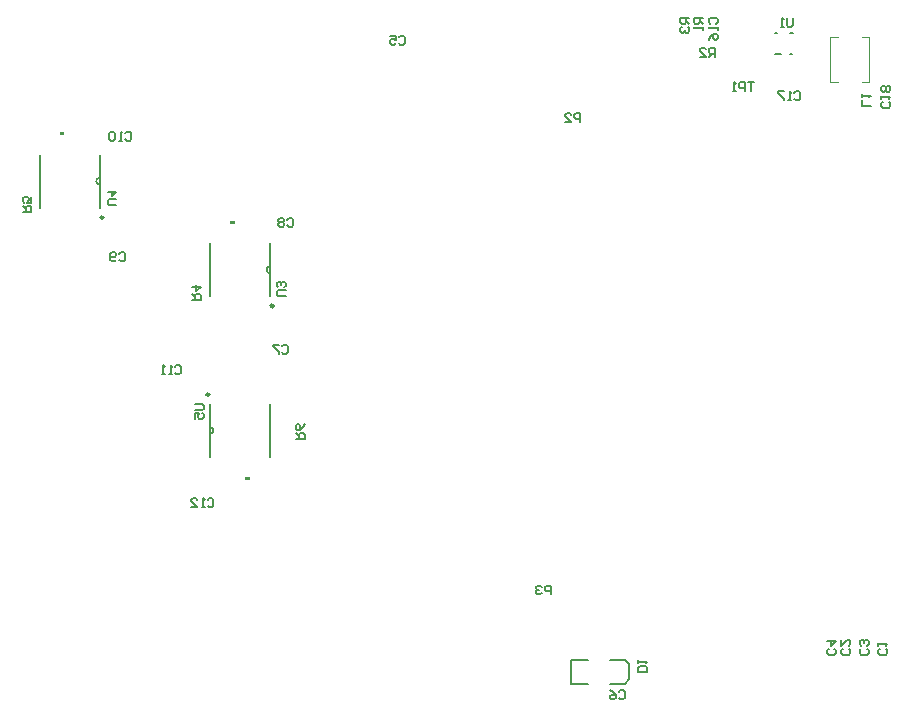
<source format=gbr>
G04 Layer_Color=32896*
%FSLAX45Y45*%
%MOMM*%
%TF.FileFunction,Legend,Bot*%
%TF.Part,Single*%
G01*
G75*
%TA.AperFunction,NonConductor*%
%ADD39C,0.15000*%
%ADD46C,0.15240*%
%ADD47C,0.25000*%
%ADD48C,0.20000*%
%ADD49C,0.10000*%
G36*
X-1285250Y1157540D02*
X-1323350D01*
Y1182940D01*
X-1285250D01*
Y1157540D01*
D02*
G37*
G36*
X-1415250Y3325760D02*
X-1453350D01*
Y3351160D01*
X-1415250D01*
Y3325760D01*
D02*
G37*
G36*
X-2857250Y4075060D02*
X-2895350D01*
Y4100460D01*
X-2857250D01*
Y4075060D01*
D02*
G37*
D39*
X-980903Y2709810D02*
X-1043383D01*
X-1055879Y2722306D01*
Y2747298D01*
X-1043383Y2759794D01*
X-980903D01*
X-993399Y2784786D02*
X-980903Y2797282D01*
Y2822274D01*
X-993399Y2834770D01*
X-1005895D01*
X-1018391Y2822274D01*
Y2809778D01*
Y2822274D01*
X-1030887Y2834770D01*
X-1043383D01*
X-1055879Y2822274D01*
Y2797282D01*
X-1043383Y2784786D01*
X2979900Y4520876D02*
X2929916D01*
X2954908D01*
Y4445900D01*
X2904924D02*
Y4520876D01*
X2867436D01*
X2854940Y4508380D01*
Y4483388D01*
X2867436Y4470892D01*
X2904924D01*
X2829948Y4445900D02*
X2804956D01*
X2817452D01*
Y4520876D01*
X2829948Y4508380D01*
X2076976Y-471540D02*
X2002000D01*
Y-434052D01*
X2014496Y-421556D01*
X2064480D01*
X2076976Y-434052D01*
Y-471540D01*
X2002000Y-396564D02*
Y-371572D01*
Y-384068D01*
X2076976D01*
X2064480Y-396564D01*
X2548100Y5068200D02*
X2473124D01*
Y5030712D01*
X2485620Y5018216D01*
X2510612D01*
X2523108Y5030712D01*
Y5068200D01*
Y5043208D02*
X2548100Y5018216D01*
Y4993224D02*
Y4968232D01*
Y4980728D01*
X2473124D01*
X2485620Y4993224D01*
X3969276Y4318900D02*
X3894300D01*
Y4368884D01*
Y4393876D02*
Y4418868D01*
Y4406372D01*
X3969276D01*
X3956780Y4393876D01*
X3308820Y5066976D02*
Y5004496D01*
X3296324Y4992000D01*
X3271332D01*
X3258836Y5004496D01*
Y5066976D01*
X3233844Y4992000D02*
X3208852D01*
X3221348D01*
Y5066976D01*
X3233844Y5054480D01*
X1509240Y4186820D02*
Y4261796D01*
X1471752D01*
X1459256Y4249300D01*
Y4224308D01*
X1471752Y4211812D01*
X1509240D01*
X1384280Y4186820D02*
X1434264D01*
X1384280Y4236804D01*
Y4249300D01*
X1396776Y4261796D01*
X1421768D01*
X1434264Y4249300D01*
X1260320Y186320D02*
Y261296D01*
X1222832D01*
X1210336Y248800D01*
Y223808D01*
X1222832Y211312D01*
X1260320D01*
X1185344Y248800D02*
X1172848Y261296D01*
X1147856D01*
X1135360Y248800D01*
Y236304D01*
X1147856Y223808D01*
X1160352D01*
X1147856D01*
X1135360Y211312D01*
Y198816D01*
X1147856Y186320D01*
X1172848D01*
X1185344Y198816D01*
X3323616Y4432180D02*
X3336112Y4444676D01*
X3361104D01*
X3373600Y4432180D01*
Y4382196D01*
X3361104Y4369700D01*
X3336112D01*
X3323616Y4382196D01*
X3298624Y4369700D02*
X3273632D01*
X3286128D01*
Y4444676D01*
X3298624Y4432180D01*
X3236144Y4444676D02*
X3186160D01*
Y4432180D01*
X3236144Y4382196D01*
Y4369700D01*
X3784080Y-273656D02*
X3796576Y-286152D01*
Y-311144D01*
X3784080Y-323640D01*
X3734096D01*
X3721600Y-311144D01*
Y-286152D01*
X3734096Y-273656D01*
X3721600Y-198680D02*
Y-248664D01*
X3771584Y-198680D01*
X3784080D01*
X3796576Y-211176D01*
Y-236168D01*
X3784080Y-248664D01*
X3663680Y-273656D02*
X3676176Y-286152D01*
Y-311144D01*
X3663680Y-323640D01*
X3613696D01*
X3601200Y-311144D01*
Y-286152D01*
X3613696Y-273656D01*
X3601200Y-211176D02*
X3676176D01*
X3638688Y-248664D01*
Y-198680D01*
X-1752625Y1797400D02*
X-1690145D01*
X-1677649Y1784904D01*
Y1759912D01*
X-1690145Y1747416D01*
X-1752625D01*
Y1672440D02*
Y1722424D01*
X-1715137D01*
X-1727633Y1697432D01*
Y1684936D01*
X-1715137Y1672440D01*
X-1690145D01*
X-1677649Y1684936D01*
Y1709928D01*
X-1690145Y1722424D01*
X-2415324Y3480700D02*
X-2477804D01*
X-2490300Y3493196D01*
Y3518188D01*
X-2477804Y3530684D01*
X-2415324D01*
X-2490300Y3593164D02*
X-2415324D01*
X-2452812Y3555676D01*
Y3605660D01*
X-894953Y1499900D02*
X-819977D01*
Y1537388D01*
X-832473Y1549884D01*
X-857465D01*
X-869961Y1537388D01*
Y1499900D01*
Y1524892D02*
X-894953Y1549884D01*
X-819977Y1624860D02*
X-832473Y1599868D01*
X-857465Y1574876D01*
X-882457D01*
X-894953Y1587372D01*
Y1612364D01*
X-882457Y1624860D01*
X-869961D01*
X-857465Y1612364D01*
Y1574876D01*
X-3209611Y3426015D02*
X-3134635D01*
Y3463503D01*
X-3147131Y3475999D01*
X-3172123D01*
X-3184619Y3463503D01*
Y3426015D01*
Y3451007D02*
X-3209611Y3475999D01*
X-3134635Y3550975D02*
Y3500991D01*
X-3172123D01*
X-3159627Y3525983D01*
Y3538479D01*
X-3172123Y3550975D01*
X-3197115D01*
X-3209611Y3538479D01*
Y3513487D01*
X-3197115Y3500991D01*
X-1776960Y2680600D02*
X-1701984D01*
Y2718088D01*
X-1714480Y2730584D01*
X-1739472D01*
X-1751968Y2718088D01*
Y2680600D01*
Y2705592D02*
X-1776960Y2730584D01*
Y2793064D02*
X-1701984D01*
X-1739472Y2755576D01*
Y2805560D01*
X-1644043Y987754D02*
X-1631547Y1000250D01*
X-1606556D01*
X-1594060Y987754D01*
Y937770D01*
X-1606556Y925274D01*
X-1631547D01*
X-1644043Y937770D01*
X-1669036Y925274D02*
X-1694028D01*
X-1681532D01*
Y1000250D01*
X-1669036Y987754D01*
X-1781499Y925274D02*
X-1731515D01*
X-1781499Y975258D01*
Y987754D01*
X-1769003Y1000250D01*
X-1744011D01*
X-1731515Y987754D01*
X-1919284Y2113228D02*
X-1906788Y2125724D01*
X-1881796D01*
X-1869300Y2113228D01*
Y2063244D01*
X-1881796Y2050748D01*
X-1906788D01*
X-1919284Y2063244D01*
X-1944276Y2050748D02*
X-1969268D01*
X-1956772D01*
Y2125724D01*
X-1944276Y2113228D01*
X-2006756Y2050748D02*
X-2031748D01*
X-2019252D01*
Y2125724D01*
X-2006756Y2113228D01*
X-2340584Y4091336D02*
X-2328088Y4103832D01*
X-2303096D01*
X-2290600Y4091336D01*
Y4041352D01*
X-2303096Y4028856D01*
X-2328088D01*
X-2340584Y4041352D01*
X-2365576Y4028856D02*
X-2390568D01*
X-2378072D01*
Y4103832D01*
X-2365576Y4091336D01*
X-2428056D02*
X-2440552Y4103832D01*
X-2465544D01*
X-2478040Y4091336D01*
Y4041352D01*
X-2465544Y4028856D01*
X-2440552D01*
X-2428056Y4041352D01*
Y4091336D01*
X-2391384Y3069780D02*
X-2378888Y3082276D01*
X-2353896D01*
X-2341400Y3069780D01*
Y3019796D01*
X-2353896Y3007300D01*
X-2378888D01*
X-2391384Y3019796D01*
X-2416376D02*
X-2428872Y3007300D01*
X-2453864D01*
X-2466360Y3019796D01*
Y3069780D01*
X-2453864Y3082276D01*
X-2428872D01*
X-2416376Y3069780D01*
Y3057284D01*
X-2428872Y3044788D01*
X-2466360D01*
X-970484Y3360341D02*
X-957988Y3372837D01*
X-932996D01*
X-920500Y3360341D01*
Y3310357D01*
X-932996Y3297861D01*
X-957988D01*
X-970484Y3310357D01*
X-995476Y3360341D02*
X-1007972Y3372837D01*
X-1032964D01*
X-1045460Y3360341D01*
Y3347845D01*
X-1032964Y3335349D01*
X-1045460Y3322853D01*
Y3310357D01*
X-1032964Y3297861D01*
X-1007972D01*
X-995476Y3310357D01*
Y3322853D01*
X-1007972Y3335349D01*
X-995476Y3347845D01*
Y3360341D01*
X-1007972Y3335349D02*
X-1032964D01*
X-1015184Y2287754D02*
X-1002688Y2300250D01*
X-977696D01*
X-965200Y2287754D01*
Y2237770D01*
X-977696Y2225274D01*
X-1002688D01*
X-1015184Y2237770D01*
X-1040176Y2300250D02*
X-1090160D01*
Y2287754D01*
X-1040176Y2237770D01*
Y2225274D01*
X4096480Y-273656D02*
X4108976Y-286152D01*
Y-311144D01*
X4096480Y-323640D01*
X4046496D01*
X4034000Y-311144D01*
Y-286152D01*
X4046496Y-273656D01*
X4034000Y-248664D02*
Y-223672D01*
Y-236168D01*
X4108976D01*
X4096480Y-248664D01*
X1837716Y-637180D02*
X1850212Y-624684D01*
X1875204D01*
X1887700Y-637180D01*
Y-687164D01*
X1875204Y-699660D01*
X1850212D01*
X1837716Y-687164D01*
X1762740Y-624684D02*
X1787732Y-637180D01*
X1812724Y-662172D01*
Y-687164D01*
X1800228Y-699660D01*
X1775236D01*
X1762740Y-687164D01*
Y-674668D01*
X1775236Y-662172D01*
X1812724D01*
X-23634Y4902468D02*
X-11138Y4914964D01*
X13854D01*
X26350Y4902468D01*
Y4852484D01*
X13854Y4839988D01*
X-11138D01*
X-23634Y4852484D01*
X-98610Y4914964D02*
X-48626D01*
Y4877476D01*
X-73618Y4889972D01*
X-86114D01*
X-98610Y4877476D01*
Y4852484D01*
X-86114Y4839988D01*
X-61122D01*
X-48626Y4852484D01*
X3942580Y-273656D02*
X3955076Y-286152D01*
Y-311144D01*
X3942580Y-323640D01*
X3892596D01*
X3880100Y-311144D01*
Y-286152D01*
X3892596Y-273656D01*
X3942580Y-248664D02*
X3955076Y-236168D01*
Y-211176D01*
X3942580Y-198680D01*
X3930084D01*
X3917588Y-211176D01*
Y-223672D01*
Y-211176D01*
X3905092Y-198680D01*
X3892596D01*
X3880100Y-211176D01*
Y-236168D01*
X3892596Y-248664D01*
X2433800Y5068200D02*
X2358824D01*
Y5030712D01*
X2371320Y5018216D01*
X2396312D01*
X2408808Y5030712D01*
Y5068200D01*
Y5043208D02*
X2433800Y5018216D01*
X2371320Y4993224D02*
X2358824Y4980728D01*
Y4955736D01*
X2371320Y4943240D01*
X2383816D01*
X2396312Y4955736D01*
Y4968232D01*
Y4955736D01*
X2408808Y4943240D01*
X2421304D01*
X2433800Y4955736D01*
Y4980728D01*
X2421304Y4993224D01*
X2649700Y4738000D02*
Y4812976D01*
X2612212D01*
X2599716Y4800480D01*
Y4775488D01*
X2612212Y4762992D01*
X2649700D01*
X2624708D02*
X2599716Y4738000D01*
X2524740D02*
X2574724D01*
X2524740Y4787984D01*
Y4800480D01*
X2537236Y4812976D01*
X2562228D01*
X2574724Y4800480D01*
X4121880Y4356184D02*
X4134376Y4343688D01*
Y4318696D01*
X4121880Y4306200D01*
X4071896D01*
X4059400Y4318696D01*
Y4343688D01*
X4071896Y4356184D01*
X4059400Y4381176D02*
Y4406168D01*
Y4393672D01*
X4134376D01*
X4121880Y4381176D01*
Y4443656D02*
X4134376Y4456152D01*
Y4481144D01*
X4121880Y4493640D01*
X4109384D01*
X4096888Y4481144D01*
X4084392Y4493640D01*
X4071896D01*
X4059400Y4481144D01*
Y4456152D01*
X4071896Y4443656D01*
X4084392D01*
X4096888Y4456152D01*
X4109384Y4443656D01*
X4121880D01*
X4096888Y4456152D02*
Y4481144D01*
X2612620Y5018216D02*
X2600124Y5030712D01*
Y5055704D01*
X2612620Y5068200D01*
X2662604D01*
X2675100Y5055704D01*
Y5030712D01*
X2662604Y5018216D01*
X2675100Y4993224D02*
Y4968232D01*
Y4980728D01*
X2600124D01*
X2612620Y4993224D01*
X2600124Y4880760D02*
X2612620Y4905752D01*
X2637612Y4930744D01*
X2662604D01*
X2675100Y4918248D01*
Y4893256D01*
X2662604Y4880760D01*
X2650108D01*
X2637612Y4893256D01*
Y4930744D01*
D46*
X-1114030Y2965080D02*
G03*
X-1114030Y2904120I0J-30480D01*
G01*
X-1624570Y1543620D02*
G03*
X-1624570Y1604580I0J30480D01*
G01*
X-2556030Y3714380D02*
G03*
X-2556030Y3653420I0J-30480D01*
G01*
X-1624570Y2709810D02*
Y3159390D01*
X-1114030Y2709810D02*
Y3159390D01*
Y1349310D02*
Y1798890D01*
X-1624570Y1349310D02*
Y1798890D01*
X-3066570Y3459110D02*
Y3908690D01*
X-2556030Y3459110D02*
Y3908690D01*
D47*
X-1084300Y2629800D02*
G03*
X-1084300Y2629800I-12500J0D01*
G01*
X-1629300Y1878900D02*
G03*
X-1629300Y1878900I-12500J0D01*
G01*
X-2526300Y3379100D02*
G03*
X-2526300Y3379100I-12500J0D01*
G01*
D48*
X1430500Y-570600D02*
X1576808D01*
X1430500Y-367400D02*
X1576808D01*
X1430500Y-570600D02*
Y-367400D01*
X1766808D02*
X1887700D01*
X1925800Y-405500D01*
X1760700Y-570600D02*
X1887700D01*
X1925800Y-532500D01*
Y-405500D01*
X3158820Y4762300D02*
X3208820D01*
X3283820D02*
X3303820D01*
X3288820Y4942300D02*
X3308820D01*
X3161320D02*
X3181320D01*
D49*
X3627600Y4903100D02*
X3691100D01*
X3627600Y4522100D02*
Y4903100D01*
Y4522100D02*
X3691100D01*
X3894300Y4903100D02*
X3957800D01*
Y4522100D02*
Y4903100D01*
X3894300Y4522100D02*
X3957800D01*
%TF.MD5,1D3B29999B0A9E6EFFDC81D3D6A84954*%
M02*

</source>
